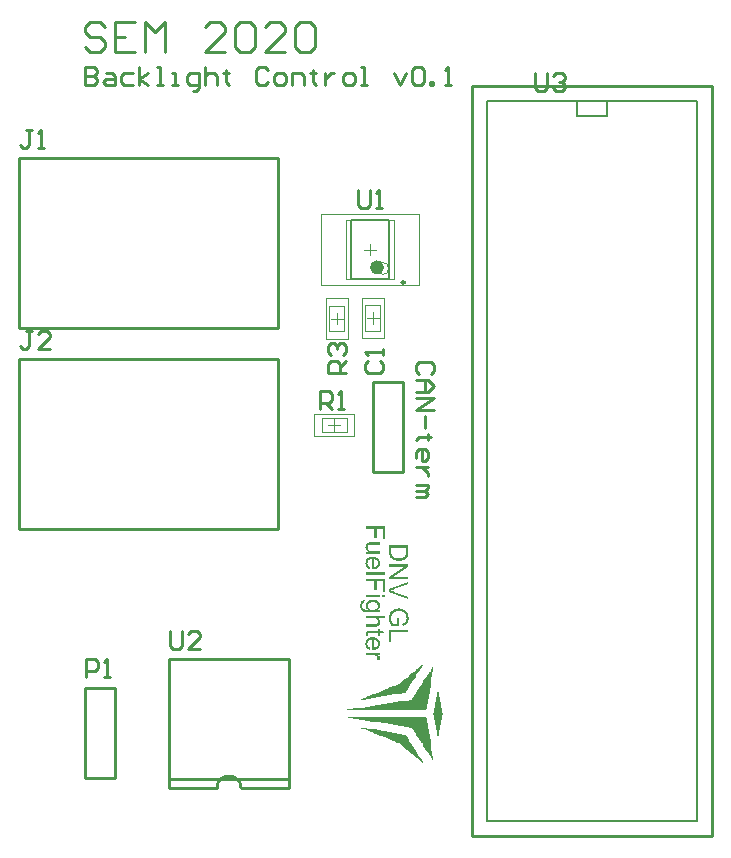
<source format=gto>
G04*
G04 #@! TF.GenerationSoftware,Altium Limited,Altium Designer,19.1.8 (144)*
G04*
G04 Layer_Color=65535*
%FSLAX25Y25*%
%MOIN*%
G70*
G01*
G75*
%ADD10C,0.02362*%
%ADD11C,0.00984*%
%ADD12C,0.01000*%
%ADD13C,0.00787*%
%ADD14C,0.00394*%
%ADD15C,0.00197*%
G36*
X140570Y83075D02*
X140278D01*
Y82490D01*
X139986D01*
Y82198D01*
X139693D01*
Y81614D01*
X139401D01*
Y81321D01*
X139109D01*
Y80737D01*
X138816D01*
Y80445D01*
X138524D01*
Y79860D01*
X138232D01*
Y79275D01*
X137940D01*
Y78983D01*
X137647D01*
Y78399D01*
X137355D01*
Y78106D01*
X137063D01*
Y77522D01*
X136770D01*
Y77229D01*
X136478D01*
Y76645D01*
X136186D01*
Y76060D01*
X135894D01*
Y75768D01*
X135601D01*
Y75184D01*
X135309D01*
Y74891D01*
X135017D01*
Y74307D01*
X133848D01*
Y74015D01*
X132094D01*
Y73722D01*
X130341D01*
Y73430D01*
X128587D01*
Y73138D01*
X126833D01*
Y72845D01*
X125080D01*
Y72553D01*
X123326D01*
Y72261D01*
X121572D01*
Y71969D01*
X120111D01*
Y72261D01*
X120696D01*
Y72553D01*
X121572D01*
Y72845D01*
X122157D01*
Y73138D01*
X123034D01*
Y73430D01*
X123618D01*
Y73722D01*
X124495D01*
Y74015D01*
X125080D01*
Y74307D01*
X125956D01*
Y74599D01*
X126541D01*
Y74891D01*
X127418D01*
Y75184D01*
X128002D01*
Y75476D01*
X128879D01*
Y75768D01*
X129464D01*
Y76060D01*
X130341D01*
Y76353D01*
X130925D01*
Y76645D01*
X131802D01*
Y76937D01*
X132386D01*
Y77229D01*
X132971D01*
Y77522D01*
X133263D01*
Y77814D01*
X133848D01*
Y78106D01*
X134140D01*
Y78399D01*
X134432D01*
Y78691D01*
X134725D01*
Y78983D01*
X135017D01*
Y79275D01*
X135601D01*
Y79568D01*
X135894D01*
Y79860D01*
X136186D01*
Y80152D01*
X136478D01*
Y80445D01*
X136770D01*
Y80737D01*
X137355D01*
Y81029D01*
X137647D01*
Y81321D01*
X137940D01*
Y81614D01*
X138232D01*
Y81906D01*
X138524D01*
Y82198D01*
X139109D01*
Y82490D01*
X139401D01*
Y82783D01*
X139693D01*
Y83075D01*
X139986D01*
Y83367D01*
X140278D01*
Y83659D01*
X140570D01*
Y83075D01*
D02*
G37*
G36*
X144077Y81321D02*
X143785D01*
Y79568D01*
X143493D01*
Y77814D01*
X143201D01*
Y75768D01*
X142908D01*
Y74015D01*
X142616D01*
Y72261D01*
X142324D01*
Y70507D01*
X142031D01*
Y68754D01*
X141739D01*
Y68461D01*
X115435D01*
Y68754D01*
X117481D01*
Y69046D01*
X119234D01*
Y69338D01*
X121280D01*
Y69630D01*
X123034D01*
Y69923D01*
X124787D01*
Y70215D01*
X126833D01*
Y70507D01*
X128587D01*
Y70799D01*
X130633D01*
Y71092D01*
X132386D01*
Y71384D01*
X134140D01*
Y71676D01*
X136186D01*
Y71969D01*
X137063D01*
Y72553D01*
X137355D01*
Y72845D01*
X137647D01*
Y73430D01*
X137940D01*
Y73722D01*
X138232D01*
Y74307D01*
X138524D01*
Y74599D01*
X138816D01*
Y75184D01*
X139109D01*
Y75476D01*
X139401D01*
Y76060D01*
X139693D01*
Y76645D01*
X139986D01*
Y76937D01*
X140278D01*
Y77522D01*
X140570D01*
Y77814D01*
X140862D01*
Y78399D01*
X141155D01*
Y78691D01*
X141447D01*
Y79275D01*
X141739D01*
Y79568D01*
X142031D01*
Y80152D01*
X142324D01*
Y80445D01*
X142616D01*
Y81029D01*
X142908D01*
Y81321D01*
X143201D01*
Y81906D01*
X143493D01*
Y82198D01*
X143785D01*
Y82783D01*
X144077D01*
Y81321D01*
D02*
G37*
G36*
X145831Y74599D02*
X146123D01*
Y72845D01*
X146415D01*
Y71092D01*
X146708D01*
Y69338D01*
X147000D01*
Y67585D01*
X147292D01*
Y67000D01*
X147000D01*
Y65246D01*
X146708D01*
Y63493D01*
X146415D01*
Y61739D01*
X146123D01*
Y59986D01*
X145831D01*
Y58232D01*
X145539D01*
Y59986D01*
X145246D01*
Y61739D01*
X144954D01*
Y63493D01*
X144662D01*
Y65246D01*
X144370D01*
Y67000D01*
X144077D01*
Y67585D01*
X144370D01*
Y69338D01*
X144662D01*
Y71092D01*
X144954D01*
Y72845D01*
X145246D01*
Y74599D01*
X145539D01*
Y76353D01*
X145831D01*
Y74599D01*
D02*
G37*
G36*
X141739Y65831D02*
X142031D01*
Y64077D01*
X142324D01*
Y62324D01*
X142616D01*
Y60570D01*
X142908D01*
Y58816D01*
X143201D01*
Y57063D01*
X143493D01*
Y55017D01*
X143785D01*
Y53263D01*
X144077D01*
Y51802D01*
X143785D01*
Y52386D01*
X143493D01*
Y52679D01*
X143201D01*
Y53263D01*
X142908D01*
Y53556D01*
X142616D01*
Y54140D01*
X142324D01*
Y54432D01*
X142031D01*
Y55017D01*
X141739D01*
Y55309D01*
X141447D01*
Y55894D01*
X141155D01*
Y56186D01*
X140862D01*
Y56770D01*
X140570D01*
Y57355D01*
X140278D01*
Y57647D01*
X139986D01*
Y58232D01*
X139693D01*
Y58524D01*
X139401D01*
Y59109D01*
X139109D01*
Y59401D01*
X138816D01*
Y59986D01*
X138524D01*
Y60278D01*
X138232D01*
Y60862D01*
X137940D01*
Y61155D01*
X137647D01*
Y61739D01*
X137355D01*
Y62031D01*
X137063D01*
Y62616D01*
X136186D01*
Y62908D01*
X134432D01*
Y63200D01*
X132386D01*
Y63493D01*
X130633D01*
Y63785D01*
X128879D01*
Y64077D01*
X126833D01*
Y64370D01*
X125080D01*
Y64662D01*
X123034D01*
Y64954D01*
X121280D01*
Y65246D01*
X119527D01*
Y65539D01*
X117481D01*
Y65831D01*
X115727D01*
Y66123D01*
X141739D01*
Y65831D01*
D02*
G37*
G36*
X121865Y62324D02*
X123618D01*
Y62031D01*
X125372D01*
Y61739D01*
X126833D01*
Y61447D01*
X128587D01*
Y61155D01*
X130341D01*
Y60862D01*
X132094D01*
Y60570D01*
X133848D01*
Y60278D01*
X135017D01*
Y59693D01*
X135309D01*
Y59401D01*
X135601D01*
Y58816D01*
X135894D01*
Y58524D01*
X136186D01*
Y57940D01*
X136478D01*
Y57647D01*
X136770D01*
Y57063D01*
X137063D01*
Y56478D01*
X137355D01*
Y56186D01*
X137647D01*
Y55601D01*
X137940D01*
Y55309D01*
X138232D01*
Y54725D01*
X138524D01*
Y54432D01*
X138816D01*
Y53848D01*
X139109D01*
Y53263D01*
X139401D01*
Y52971D01*
X139693D01*
Y52386D01*
X139986D01*
Y52094D01*
X140278D01*
Y51510D01*
X140570D01*
Y50925D01*
X140278D01*
Y51217D01*
X139986D01*
Y51510D01*
X139693D01*
Y51802D01*
X139401D01*
Y52094D01*
X139109D01*
Y52386D01*
X138524D01*
Y52679D01*
X138232D01*
Y52971D01*
X137940D01*
Y53263D01*
X137647D01*
Y53556D01*
X137355D01*
Y53848D01*
X136770D01*
Y54140D01*
X136478D01*
Y54432D01*
X136186D01*
Y54725D01*
X135894D01*
Y55017D01*
X135601D01*
Y55309D01*
X135017D01*
Y55601D01*
X134725D01*
Y55894D01*
X134432D01*
Y56186D01*
X134140D01*
Y56478D01*
X133848D01*
Y56770D01*
X133263D01*
Y57063D01*
X132971D01*
Y57355D01*
X132679D01*
Y57647D01*
X131802D01*
Y57940D01*
X131217D01*
Y58232D01*
X130341D01*
Y58524D01*
X129756D01*
Y58816D01*
X128879D01*
Y59109D01*
X128295D01*
Y59401D01*
X127418D01*
Y59693D01*
X126833D01*
Y59986D01*
X125956D01*
Y60278D01*
X125372D01*
Y60570D01*
X124495D01*
Y60862D01*
X123910D01*
Y61155D01*
X123034D01*
Y61447D01*
X122449D01*
Y61739D01*
X121572D01*
Y62031D01*
X120988D01*
Y62324D01*
X120111D01*
Y62616D01*
X121865D01*
Y62324D01*
D02*
G37*
G36*
X128018Y125376D02*
X127259D01*
Y128855D01*
X125280D01*
Y125848D01*
X124521D01*
Y128855D01*
X121617D01*
Y129706D01*
X128018D01*
Y125376D01*
D02*
G37*
G36*
X126260Y123610D02*
X123680D01*
X123670D01*
X123652D01*
X123624D01*
X123578D01*
X123476D01*
X123347Y123600D01*
X123208D01*
X123069Y123591D01*
X122949Y123582D01*
X122847Y123564D01*
X122838D01*
X122801Y123545D01*
X122745Y123527D01*
X122671Y123499D01*
X122597Y123452D01*
X122514Y123397D01*
X122440Y123332D01*
X122366Y123249D01*
X122357Y123240D01*
X122338Y123203D01*
X122311Y123156D01*
X122283Y123082D01*
X122246Y122999D01*
X122218Y122898D01*
X122200Y122786D01*
X122190Y122657D01*
Y122592D01*
X122200Y122528D01*
X122209Y122444D01*
X122237Y122343D01*
X122264Y122231D01*
X122311Y122111D01*
X122366Y121991D01*
X122375Y121973D01*
X122403Y121935D01*
X122440Y121880D01*
X122496Y121815D01*
X122570Y121741D01*
X122653Y121667D01*
X122745Y121602D01*
X122856Y121547D01*
X122875Y121538D01*
X122912Y121528D01*
X122986Y121510D01*
X123088Y121482D01*
X123217Y121455D01*
X123374Y121436D01*
X123559Y121427D01*
X123772Y121417D01*
X126260D01*
Y120631D01*
X121617D01*
Y121334D01*
X122292D01*
X122283Y121344D01*
X122255Y121362D01*
X122218Y121390D01*
X122172Y121436D01*
X122116Y121492D01*
X122042Y121556D01*
X121978Y121630D01*
X121904Y121723D01*
X121830Y121825D01*
X121765Y121935D01*
X121700Y122056D01*
X121635Y122185D01*
X121589Y122333D01*
X121552Y122481D01*
X121524Y122648D01*
X121515Y122814D01*
Y122879D01*
X121524Y122962D01*
X121534Y123064D01*
X121552Y123184D01*
X121580Y123314D01*
X121617Y123443D01*
X121672Y123582D01*
X121682Y123600D01*
X121700Y123637D01*
X121737Y123702D01*
X121783Y123776D01*
X121839Y123869D01*
X121904Y123952D01*
X121978Y124035D01*
X122061Y124109D01*
X122070Y124118D01*
X122107Y124137D01*
X122153Y124165D01*
X122227Y124202D01*
X122311Y124248D01*
X122412Y124285D01*
X122523Y124322D01*
X122644Y124350D01*
X122653D01*
X122690Y124359D01*
X122745Y124368D01*
X122819D01*
X122930Y124378D01*
X123051Y124387D01*
X123208Y124396D01*
X123384D01*
X126260D01*
Y123610D01*
D02*
G37*
G36*
X135810Y121066D02*
X135801Y120899D01*
X135792Y120714D01*
X135773Y120529D01*
X135745Y120344D01*
X135718Y120187D01*
Y120178D01*
X135708Y120159D01*
Y120132D01*
X135690Y120095D01*
X135662Y119993D01*
X135616Y119863D01*
X135551Y119715D01*
X135468Y119558D01*
X135375Y119401D01*
X135255Y119253D01*
X135246Y119244D01*
X135237Y119235D01*
X135209Y119207D01*
X135181Y119170D01*
X135089Y119077D01*
X134959Y118966D01*
X134802Y118846D01*
X134617Y118717D01*
X134404Y118596D01*
X134164Y118494D01*
X134154D01*
X134136Y118485D01*
X134099Y118467D01*
X134043Y118457D01*
X133979Y118430D01*
X133905Y118411D01*
X133821Y118393D01*
X133720Y118365D01*
X133618Y118337D01*
X133498Y118319D01*
X133239Y118272D01*
X132952Y118245D01*
X132637Y118236D01*
X132628D01*
X132610D01*
X132563D01*
X132517D01*
X132452Y118245D01*
X132378D01*
X132203Y118254D01*
X131999Y118282D01*
X131786Y118309D01*
X131564Y118356D01*
X131342Y118411D01*
X131333D01*
X131315Y118421D01*
X131287Y118430D01*
X131250Y118439D01*
X131148Y118476D01*
X131019Y118532D01*
X130871Y118587D01*
X130723Y118661D01*
X130565Y118754D01*
X130417Y118846D01*
X130399Y118855D01*
X130353Y118892D01*
X130288Y118948D01*
X130205Y119022D01*
X130112Y119105D01*
X130020Y119207D01*
X129918Y119308D01*
X129835Y119429D01*
X129825Y119447D01*
X129798Y119484D01*
X129761Y119549D01*
X129714Y119641D01*
X129659Y119753D01*
X129613Y119882D01*
X129557Y120030D01*
X129511Y120196D01*
Y120215D01*
X129502Y120243D01*
X129492Y120271D01*
X129483Y120363D01*
X129465Y120492D01*
X129446Y120641D01*
X129428Y120816D01*
X129418Y121010D01*
X129409Y121223D01*
Y123527D01*
X135810D01*
Y121066D01*
D02*
G37*
G36*
X124087Y119660D02*
X124188Y119651D01*
X124299Y119641D01*
X124429Y119623D01*
X124558Y119595D01*
X124854Y119521D01*
X125002Y119475D01*
X125160Y119420D01*
X125308Y119345D01*
X125446Y119262D01*
X125585Y119170D01*
X125715Y119068D01*
X125724Y119059D01*
X125742Y119040D01*
X125770Y119003D01*
X125816Y118957D01*
X125863Y118902D01*
X125918Y118827D01*
X125983Y118744D01*
X126038Y118642D01*
X126103Y118541D01*
X126159Y118421D01*
X126214Y118291D01*
X126260Y118152D01*
X126307Y118004D01*
X126334Y117847D01*
X126353Y117681D01*
X126362Y117505D01*
Y117412D01*
X126353Y117348D01*
X126344Y117273D01*
X126325Y117181D01*
X126307Y117079D01*
X126279Y116959D01*
X126251Y116848D01*
X126205Y116718D01*
X126159Y116598D01*
X126094Y116469D01*
X126020Y116339D01*
X125937Y116210D01*
X125835Y116089D01*
X125724Y115979D01*
X125715Y115969D01*
X125696Y115951D01*
X125659Y115923D01*
X125604Y115886D01*
X125539Y115840D01*
X125465Y115794D01*
X125372Y115738D01*
X125261Y115682D01*
X125141Y115627D01*
X125012Y115571D01*
X124864Y115525D01*
X124706Y115479D01*
X124531Y115442D01*
X124346Y115414D01*
X124151Y115396D01*
X123939Y115386D01*
X123929D01*
X123892D01*
X123828D01*
X123735Y115396D01*
Y118865D01*
X123726D01*
X123698D01*
X123661Y118855D01*
X123606D01*
X123541Y118846D01*
X123467Y118827D01*
X123300Y118800D01*
X123115Y118744D01*
X122912Y118670D01*
X122727Y118569D01*
X122560Y118439D01*
Y118430D01*
X122542Y118421D01*
X122496Y118365D01*
X122431Y118282D01*
X122366Y118171D01*
X122292Y118023D01*
X122227Y117856D01*
X122181Y117671D01*
X122172Y117569D01*
X122163Y117458D01*
Y117385D01*
X122172Y117301D01*
X122190Y117200D01*
X122218Y117088D01*
X122255Y116959D01*
X122311Y116839D01*
X122385Y116718D01*
X122394Y116709D01*
X122431Y116663D01*
X122486Y116607D01*
X122560Y116543D01*
X122662Y116469D01*
X122792Y116385D01*
X122940Y116302D01*
X123115Y116228D01*
X123014Y115414D01*
X123004D01*
X122986Y115424D01*
X122949Y115433D01*
X122893Y115451D01*
X122838Y115479D01*
X122764Y115507D01*
X122607Y115581D01*
X122431Y115673D01*
X122246Y115803D01*
X122070Y115951D01*
X121904Y116136D01*
Y116145D01*
X121885Y116164D01*
X121867Y116191D01*
X121839Y116228D01*
X121811Y116284D01*
X121783Y116339D01*
X121746Y116413D01*
X121709Y116497D01*
X121672Y116589D01*
X121635Y116682D01*
X121580Y116913D01*
X121534Y117172D01*
X121515Y117458D01*
Y117560D01*
X121524Y117625D01*
X121534Y117708D01*
X121552Y117810D01*
X121571Y117921D01*
X121589Y118041D01*
X121663Y118300D01*
X121719Y118439D01*
X121774Y118569D01*
X121848Y118707D01*
X121931Y118837D01*
X122024Y118957D01*
X122135Y119077D01*
X122144Y119087D01*
X122163Y119105D01*
X122200Y119133D01*
X122255Y119170D01*
X122320Y119216D01*
X122394Y119262D01*
X122486Y119318D01*
X122588Y119373D01*
X122708Y119429D01*
X122838Y119484D01*
X122986Y119530D01*
X123143Y119577D01*
X123310Y119614D01*
X123495Y119641D01*
X123689Y119660D01*
X123892Y119669D01*
X123902D01*
X123948D01*
X124003D01*
X124087Y119660D01*
D02*
G37*
G36*
X128018Y113657D02*
X121617D01*
Y114443D01*
X128018D01*
Y113657D01*
D02*
G37*
G36*
X135810Y116210D02*
X130778Y112852D01*
X135810D01*
Y112038D01*
X129409D01*
Y112917D01*
X134432Y116265D01*
X129409D01*
Y117079D01*
X135810D01*
Y116210D01*
D02*
G37*
G36*
X128018Y107968D02*
X127259D01*
Y111446D01*
X125280D01*
Y108440D01*
X124521D01*
Y111446D01*
X121617D01*
Y112297D01*
X128018D01*
Y107968D01*
D02*
G37*
G36*
Y106183D02*
X127121D01*
Y106969D01*
X128018D01*
Y106183D01*
D02*
G37*
G36*
X126260D02*
X121617D01*
Y106969D01*
X126260D01*
Y106183D01*
D02*
G37*
G36*
X135810Y110354D02*
X131157Y108689D01*
X131148D01*
X131130Y108680D01*
X131102Y108671D01*
X131065Y108652D01*
X131009Y108643D01*
X130954Y108625D01*
X130815Y108579D01*
X130658Y108523D01*
X130482Y108467D01*
X130112Y108356D01*
X130121D01*
X130140Y108347D01*
X130168Y108338D01*
X130205Y108329D01*
X130306Y108301D01*
X130445Y108255D01*
X130602Y108209D01*
X130778Y108153D01*
X130963Y108088D01*
X131157Y108014D01*
X135810Y106275D01*
Y105415D01*
X129409Y107913D01*
Y108800D01*
X135810Y111279D01*
Y110354D01*
D02*
G37*
G36*
X124133Y105276D02*
X124198D01*
X124364Y105258D01*
X124549Y105230D01*
X124753Y105184D01*
X124965Y105128D01*
X125178Y105045D01*
X125187D01*
X125206Y105036D01*
X125234Y105017D01*
X125271Y104999D01*
X125372Y104943D01*
X125502Y104869D01*
X125641Y104768D01*
X125779Y104647D01*
X125927Y104508D01*
X126048Y104351D01*
Y104342D01*
X126057Y104333D01*
X126075Y104305D01*
X126094Y104268D01*
X126149Y104175D01*
X126205Y104046D01*
X126260Y103889D01*
X126316Y103704D01*
X126353Y103500D01*
X126362Y103278D01*
Y103195D01*
X126353Y103139D01*
X126344Y103075D01*
X126325Y102991D01*
X126307Y102899D01*
X126279Y102797D01*
X126242Y102696D01*
X126196Y102585D01*
X126140Y102473D01*
X126075Y102353D01*
X126001Y102242D01*
X125909Y102131D01*
X125807Y102020D01*
X125687Y101918D01*
X126260D01*
Y101197D01*
X122246D01*
X122237D01*
X122200D01*
X122144D01*
X122070D01*
X121987Y101206D01*
X121885D01*
X121774Y101216D01*
X121654Y101225D01*
X121404Y101252D01*
X121145Y101289D01*
X121025Y101317D01*
X120914Y101345D01*
X120812Y101382D01*
X120720Y101419D01*
X120710D01*
X120701Y101428D01*
X120646Y101465D01*
X120562Y101512D01*
X120461Y101585D01*
X120350Y101687D01*
X120229Y101807D01*
X120109Y101955D01*
X120007Y102122D01*
Y102131D01*
X119998Y102140D01*
X119980Y102168D01*
X119970Y102205D01*
X119943Y102252D01*
X119924Y102307D01*
X119878Y102446D01*
X119822Y102612D01*
X119785Y102816D01*
X119748Y103047D01*
X119739Y103297D01*
Y103380D01*
X119748Y103436D01*
Y103509D01*
X119758Y103584D01*
X119767Y103676D01*
X119785Y103778D01*
X119832Y103990D01*
X119896Y104212D01*
X119989Y104435D01*
X120118Y104638D01*
X120128Y104647D01*
X120137Y104657D01*
X120192Y104721D01*
X120276Y104795D01*
X120396Y104888D01*
X120553Y104980D01*
X120747Y105063D01*
X120858Y105091D01*
X120979Y105110D01*
X121099Y105128D01*
X121238D01*
X121136Y104360D01*
X121117D01*
X121080Y104351D01*
X121016Y104333D01*
X120932Y104314D01*
X120849Y104277D01*
X120766Y104231D01*
X120683Y104175D01*
X120618Y104102D01*
X120609Y104083D01*
X120581Y104046D01*
X120544Y103981D01*
X120507Y103889D01*
X120461Y103778D01*
X120424Y103639D01*
X120396Y103472D01*
X120387Y103297D01*
Y103204D01*
X120396Y103112D01*
X120414Y102982D01*
X120442Y102853D01*
X120479Y102714D01*
X120535Y102575D01*
X120609Y102455D01*
X120618Y102446D01*
X120646Y102409D01*
X120701Y102353D01*
X120766Y102288D01*
X120858Y102224D01*
X120960Y102159D01*
X121080Y102094D01*
X121219Y102048D01*
X121228D01*
X121265Y102039D01*
X121339Y102030D01*
X121432Y102020D01*
X121497Y102011D01*
X121571D01*
X121654Y102002D01*
X121746D01*
X121848D01*
X121968Y101992D01*
X122089D01*
X122227D01*
X122218Y102002D01*
X122200Y102020D01*
X122172Y102048D01*
X122135Y102085D01*
X122089Y102131D01*
X122033Y102196D01*
X121978Y102270D01*
X121922Y102344D01*
X121811Y102538D01*
X121709Y102751D01*
X121672Y102871D01*
X121645Y103001D01*
X121626Y103139D01*
X121617Y103278D01*
Y103324D01*
X121626Y103371D01*
Y103436D01*
X121635Y103519D01*
X121654Y103611D01*
X121672Y103713D01*
X121700Y103824D01*
X121737Y103944D01*
X121783Y104065D01*
X121839Y104185D01*
X121904Y104314D01*
X121987Y104435D01*
X122079Y104555D01*
X122181Y104666D01*
X122301Y104768D01*
X122311Y104777D01*
X122329Y104786D01*
X122375Y104814D01*
X122422Y104851D01*
X122496Y104888D01*
X122570Y104934D01*
X122662Y104980D01*
X122773Y105026D01*
X122884Y105073D01*
X123014Y105119D01*
X123143Y105165D01*
X123291Y105202D01*
X123606Y105267D01*
X123781Y105276D01*
X123957Y105286D01*
X123966D01*
X123985D01*
X124022D01*
X124068D01*
X124133Y105276D01*
D02*
G37*
G36*
X132730Y102372D02*
X132813D01*
X132915Y102363D01*
X133017Y102344D01*
X133137Y102335D01*
X133266Y102307D01*
X133405Y102288D01*
X133701Y102215D01*
X134006Y102122D01*
X134312Y101992D01*
X134321Y101983D01*
X134349Y101974D01*
X134386Y101955D01*
X134441Y101918D01*
X134515Y101882D01*
X134589Y101835D01*
X134765Y101706D01*
X134968Y101549D01*
X135163Y101354D01*
X135357Y101132D01*
X135440Y101003D01*
X135523Y100873D01*
X135533Y100864D01*
X135542Y100836D01*
X135560Y100799D01*
X135588Y100744D01*
X135616Y100670D01*
X135653Y100586D01*
X135690Y100494D01*
X135727Y100383D01*
X135764Y100263D01*
X135792Y100133D01*
X135829Y99994D01*
X135856Y99847D01*
X135903Y99523D01*
X135921Y99356D01*
Y99060D01*
X135912Y99005D01*
Y98931D01*
X135893Y98755D01*
X135866Y98561D01*
X135819Y98357D01*
X135764Y98135D01*
X135690Y97922D01*
Y97913D01*
X135681Y97895D01*
X135671Y97867D01*
X135653Y97830D01*
X135597Y97728D01*
X135533Y97599D01*
X135440Y97460D01*
X135329Y97312D01*
X135209Y97173D01*
X135061Y97044D01*
X135042Y97025D01*
X134987Y96988D01*
X134904Y96933D01*
X134783Y96859D01*
X134635Y96785D01*
X134450Y96702D01*
X134247Y96618D01*
X134016Y96553D01*
X133812Y97321D01*
X133821D01*
X133831Y97330D01*
X133858Y97340D01*
X133895Y97349D01*
X133979Y97377D01*
X134090Y97414D01*
X134219Y97469D01*
X134339Y97534D01*
X134469Y97599D01*
X134580Y97682D01*
X134589Y97691D01*
X134626Y97719D01*
X134672Y97774D01*
X134737Y97839D01*
X134811Y97922D01*
X134885Y98033D01*
X134959Y98154D01*
X135024Y98292D01*
X135033Y98311D01*
X135052Y98357D01*
X135079Y98440D01*
X135116Y98551D01*
X135144Y98681D01*
X135172Y98829D01*
X135190Y98996D01*
X135200Y99171D01*
Y99273D01*
X135190Y99319D01*
Y99375D01*
X135181Y99514D01*
X135153Y99671D01*
X135126Y99847D01*
X135079Y100013D01*
X135015Y100180D01*
X135005Y100198D01*
X134987Y100253D01*
X134941Y100328D01*
X134894Y100420D01*
X134820Y100531D01*
X134746Y100651D01*
X134654Y100762D01*
X134552Y100864D01*
X134543Y100873D01*
X134506Y100910D01*
X134441Y100956D01*
X134367Y101012D01*
X134275Y101077D01*
X134164Y101142D01*
X134043Y101206D01*
X133914Y101271D01*
X133905D01*
X133886Y101280D01*
X133858Y101289D01*
X133812Y101308D01*
X133757Y101327D01*
X133692Y101345D01*
X133618Y101373D01*
X133535Y101391D01*
X133340Y101437D01*
X133118Y101474D01*
X132887Y101502D01*
X132628Y101512D01*
X132619D01*
X132591D01*
X132545D01*
X132489Y101502D01*
X132415D01*
X132323Y101493D01*
X132230Y101484D01*
X132129Y101474D01*
X131897Y101437D01*
X131657Y101391D01*
X131416Y101317D01*
X131185Y101225D01*
X131176D01*
X131157Y101206D01*
X131130Y101197D01*
X131093Y101169D01*
X130991Y101104D01*
X130861Y101003D01*
X130723Y100882D01*
X130584Y100734D01*
X130454Y100559D01*
X130334Y100364D01*
Y100355D01*
X130325Y100337D01*
X130306Y100309D01*
X130288Y100263D01*
X130269Y100216D01*
X130251Y100152D01*
X130195Y100004D01*
X130149Y99819D01*
X130103Y99615D01*
X130066Y99393D01*
X130057Y99162D01*
Y99069D01*
X130066Y99014D01*
Y98958D01*
X130084Y98820D01*
X130103Y98653D01*
X130140Y98478D01*
X130195Y98283D01*
X130260Y98089D01*
Y98080D01*
X130269Y98061D01*
X130279Y98043D01*
X130297Y98006D01*
X130343Y97904D01*
X130399Y97793D01*
X130464Y97663D01*
X130538Y97525D01*
X130621Y97395D01*
X130713Y97284D01*
X131916D01*
Y99171D01*
X132674D01*
Y96452D01*
X130297D01*
X130288Y96461D01*
X130279Y96479D01*
X130251Y96517D01*
X130214Y96563D01*
X130177Y96618D01*
X130131Y96683D01*
X130075Y96766D01*
X130020Y96850D01*
X129899Y97044D01*
X129770Y97266D01*
X129650Y97497D01*
X129548Y97747D01*
Y97756D01*
X129539Y97774D01*
X129529Y97812D01*
X129511Y97858D01*
X129492Y97922D01*
X129465Y97996D01*
X129446Y98080D01*
X129428Y98163D01*
X129381Y98366D01*
X129335Y98598D01*
X129307Y98848D01*
X129298Y99107D01*
Y99199D01*
X129307Y99264D01*
Y99347D01*
X129317Y99449D01*
X129335Y99560D01*
X129344Y99680D01*
X129400Y99948D01*
X129465Y100235D01*
X129566Y100531D01*
X129622Y100679D01*
X129696Y100827D01*
X129705Y100836D01*
X129714Y100864D01*
X129742Y100901D01*
X129770Y100956D01*
X129816Y101021D01*
X129862Y101086D01*
X129992Y101262D01*
X130158Y101447D01*
X130362Y101641D01*
X130593Y101826D01*
X130861Y101992D01*
X130871D01*
X130898Y102011D01*
X130935Y102030D01*
X131000Y102057D01*
X131065Y102085D01*
X131157Y102113D01*
X131250Y102150D01*
X131361Y102187D01*
X131481Y102224D01*
X131620Y102261D01*
X131759Y102288D01*
X131907Y102316D01*
X132230Y102363D01*
X132573Y102381D01*
X132582D01*
X132619D01*
X132665D01*
X132730Y102372D01*
D02*
G37*
G36*
X128018Y99217D02*
X125724D01*
X125733Y99208D01*
X125752Y99190D01*
X125779Y99162D01*
X125826Y99116D01*
X125872Y99069D01*
X125927Y99005D01*
X125983Y98922D01*
X126048Y98838D01*
X126103Y98746D01*
X126159Y98644D01*
X126260Y98404D01*
X126307Y98274D01*
X126334Y98135D01*
X126353Y97987D01*
X126362Y97839D01*
Y97756D01*
X126353Y97654D01*
X126334Y97534D01*
X126316Y97395D01*
X126279Y97247D01*
X126223Y97099D01*
X126159Y96951D01*
X126149Y96933D01*
X126122Y96886D01*
X126075Y96822D01*
X126011Y96738D01*
X125927Y96655D01*
X125835Y96563D01*
X125724Y96479D01*
X125594Y96406D01*
X125576Y96396D01*
X125530Y96378D01*
X125446Y96350D01*
X125326Y96322D01*
X125178Y96294D01*
X125002Y96267D01*
X124790Y96248D01*
X124549Y96239D01*
X121617D01*
Y97025D01*
X124558D01*
X124568D01*
X124586D01*
X124614D01*
X124651D01*
X124753Y97035D01*
X124882Y97053D01*
X125021Y97090D01*
X125160Y97136D01*
X125298Y97201D01*
X125409Y97284D01*
X125419Y97294D01*
X125456Y97330D01*
X125502Y97386D01*
X125548Y97469D01*
X125604Y97571D01*
X125641Y97691D01*
X125678Y97839D01*
X125687Y98006D01*
Y98061D01*
X125678Y98126D01*
X125668Y98219D01*
X125641Y98311D01*
X125613Y98422D01*
X125567Y98533D01*
X125502Y98653D01*
X125493Y98663D01*
X125465Y98699D01*
X125428Y98755D01*
X125372Y98820D01*
X125298Y98894D01*
X125215Y98968D01*
X125113Y99032D01*
X125002Y99088D01*
X124984Y99097D01*
X124947Y99107D01*
X124873Y99125D01*
X124780Y99153D01*
X124660Y99181D01*
X124512Y99199D01*
X124346Y99208D01*
X124151Y99217D01*
X121617D01*
Y100004D01*
X128018D01*
Y99217D01*
D02*
G37*
G36*
X126260Y94898D02*
X127407D01*
X127879Y94112D01*
X126260D01*
Y93316D01*
X125650D01*
Y94112D01*
X122921D01*
X122903D01*
X122866D01*
X122810D01*
X122745Y94102D01*
X122597Y94093D01*
X122533Y94084D01*
X122486Y94074D01*
X122468Y94065D01*
X122431Y94037D01*
X122385Y94001D01*
X122338Y93936D01*
X122329Y93917D01*
X122311Y93871D01*
X122292Y93788D01*
X122283Y93668D01*
Y93575D01*
X122292Y93529D01*
Y93464D01*
X122301Y93390D01*
X122311Y93316D01*
X121617Y93214D01*
Y93233D01*
X121608Y93270D01*
X121598Y93335D01*
X121589Y93418D01*
X121571Y93510D01*
X121561Y93612D01*
X121552Y93815D01*
Y93889D01*
X121561Y93963D01*
X121571Y94056D01*
X121580Y94167D01*
X121608Y94278D01*
X121635Y94380D01*
X121682Y94481D01*
X121691Y94491D01*
X121709Y94519D01*
X121737Y94555D01*
X121783Y94611D01*
X121830Y94657D01*
X121894Y94713D01*
X121959Y94768D01*
X122042Y94805D01*
X122052D01*
X122089Y94824D01*
X122153Y94833D01*
X122246Y94851D01*
X122366Y94870D01*
X122440Y94879D01*
X122523D01*
X122625Y94889D01*
X122727Y94898D01*
X122838D01*
X122967D01*
X125650D01*
Y95481D01*
X126260D01*
Y94898D01*
D02*
G37*
G36*
X135810Y94389D02*
X130168D01*
Y91235D01*
X129409D01*
Y95240D01*
X135810D01*
Y94389D01*
D02*
G37*
G36*
X124087Y92798D02*
X124188Y92789D01*
X124299Y92779D01*
X124429Y92761D01*
X124558Y92733D01*
X124854Y92659D01*
X125002Y92613D01*
X125160Y92558D01*
X125308Y92484D01*
X125446Y92400D01*
X125585Y92308D01*
X125715Y92206D01*
X125724Y92197D01*
X125742Y92178D01*
X125770Y92141D01*
X125816Y92095D01*
X125863Y92040D01*
X125918Y91966D01*
X125983Y91882D01*
X126038Y91781D01*
X126103Y91679D01*
X126159Y91558D01*
X126214Y91429D01*
X126260Y91290D01*
X126307Y91142D01*
X126334Y90985D01*
X126353Y90819D01*
X126362Y90643D01*
Y90550D01*
X126353Y90486D01*
X126344Y90412D01*
X126325Y90319D01*
X126307Y90217D01*
X126279Y90097D01*
X126251Y89986D01*
X126205Y89856D01*
X126159Y89736D01*
X126094Y89607D01*
X126020Y89477D01*
X125937Y89348D01*
X125835Y89227D01*
X125724Y89117D01*
X125715Y89107D01*
X125696Y89089D01*
X125659Y89061D01*
X125604Y89024D01*
X125539Y88978D01*
X125465Y88932D01*
X125372Y88876D01*
X125261Y88820D01*
X125141Y88765D01*
X125012Y88709D01*
X124864Y88663D01*
X124706Y88617D01*
X124531Y88580D01*
X124346Y88552D01*
X124151Y88534D01*
X123939Y88525D01*
X123929D01*
X123892D01*
X123828D01*
X123735Y88534D01*
Y92002D01*
X123726D01*
X123698D01*
X123661Y91993D01*
X123606D01*
X123541Y91984D01*
X123467Y91966D01*
X123300Y91938D01*
X123115Y91882D01*
X122912Y91808D01*
X122727Y91707D01*
X122560Y91577D01*
Y91568D01*
X122542Y91558D01*
X122496Y91503D01*
X122431Y91420D01*
X122366Y91309D01*
X122292Y91161D01*
X122227Y90994D01*
X122181Y90809D01*
X122172Y90707D01*
X122163Y90596D01*
Y90522D01*
X122172Y90439D01*
X122190Y90338D01*
X122218Y90227D01*
X122255Y90097D01*
X122311Y89977D01*
X122385Y89856D01*
X122394Y89847D01*
X122431Y89801D01*
X122486Y89745D01*
X122560Y89681D01*
X122662Y89607D01*
X122792Y89524D01*
X122940Y89440D01*
X123115Y89366D01*
X123014Y88552D01*
X123004D01*
X122986Y88561D01*
X122949Y88571D01*
X122893Y88589D01*
X122838Y88617D01*
X122764Y88645D01*
X122607Y88719D01*
X122431Y88811D01*
X122246Y88941D01*
X122070Y89089D01*
X121904Y89274D01*
Y89283D01*
X121885Y89302D01*
X121867Y89329D01*
X121839Y89366D01*
X121811Y89422D01*
X121783Y89477D01*
X121746Y89551D01*
X121709Y89635D01*
X121672Y89727D01*
X121635Y89820D01*
X121580Y90051D01*
X121534Y90310D01*
X121515Y90596D01*
Y90698D01*
X121524Y90763D01*
X121534Y90846D01*
X121552Y90948D01*
X121571Y91059D01*
X121589Y91179D01*
X121663Y91438D01*
X121719Y91577D01*
X121774Y91707D01*
X121848Y91845D01*
X121931Y91975D01*
X122024Y92095D01*
X122135Y92215D01*
X122144Y92225D01*
X122163Y92243D01*
X122200Y92271D01*
X122255Y92308D01*
X122320Y92354D01*
X122394Y92400D01*
X122486Y92456D01*
X122588Y92511D01*
X122708Y92567D01*
X122838Y92622D01*
X122986Y92668D01*
X123143Y92715D01*
X123310Y92752D01*
X123495Y92779D01*
X123689Y92798D01*
X123892Y92807D01*
X123902D01*
X123948D01*
X124003D01*
X124087Y92798D01*
D02*
G37*
G36*
X126260Y86860D02*
X125557D01*
X125567Y86850D01*
X125631Y86813D01*
X125715Y86767D01*
X125816Y86693D01*
X125918Y86619D01*
X126029Y86536D01*
X126122Y86453D01*
X126196Y86369D01*
X126205Y86360D01*
X126223Y86332D01*
X126251Y86277D01*
X126279Y86221D01*
X126307Y86147D01*
X126334Y86055D01*
X126353Y85962D01*
X126362Y85861D01*
Y85796D01*
X126353Y85712D01*
X126334Y85611D01*
X126297Y85491D01*
X126251Y85361D01*
X126186Y85213D01*
X126103Y85056D01*
X125382Y85343D01*
X125391Y85352D01*
X125409Y85389D01*
X125437Y85444D01*
X125465Y85518D01*
X125493Y85602D01*
X125520Y85703D01*
X125539Y85805D01*
X125548Y85907D01*
Y85953D01*
X125539Y85999D01*
X125530Y86064D01*
X125511Y86129D01*
X125483Y86212D01*
X125446Y86295D01*
X125391Y86369D01*
X125382Y86379D01*
X125363Y86406D01*
X125326Y86434D01*
X125280Y86480D01*
X125215Y86527D01*
X125141Y86573D01*
X125058Y86619D01*
X124956Y86656D01*
X124938Y86665D01*
X124882Y86674D01*
X124799Y86693D01*
X124688Y86721D01*
X124549Y86748D01*
X124392Y86767D01*
X124225Y86776D01*
X124040Y86786D01*
X121617D01*
Y87572D01*
X126260D01*
Y86860D01*
D02*
G37*
%LPC*%
G36*
X135052Y122676D02*
X130168D01*
Y121159D01*
X130177Y121094D01*
X130186Y120955D01*
X130195Y120798D01*
X130214Y120631D01*
X130242Y120465D01*
X130279Y120326D01*
X130288Y120308D01*
X130297Y120261D01*
X130325Y120196D01*
X130362Y120113D01*
X130417Y120021D01*
X130473Y119928D01*
X130538Y119836D01*
X130612Y119743D01*
X130630Y119734D01*
X130667Y119697D01*
X130732Y119641D01*
X130824Y119577D01*
X130945Y119503D01*
X131083Y119420D01*
X131241Y119345D01*
X131416Y119281D01*
X131426D01*
X131444Y119272D01*
X131472Y119262D01*
X131509Y119253D01*
X131555Y119244D01*
X131620Y119225D01*
X131685Y119207D01*
X131759Y119188D01*
X131944Y119160D01*
X132156Y119133D01*
X132397Y119114D01*
X132656Y119105D01*
X132665D01*
X132702D01*
X132748D01*
X132822Y119114D01*
X132906D01*
X132998Y119123D01*
X133109Y119133D01*
X133220Y119142D01*
X133470Y119188D01*
X133729Y119244D01*
X133969Y119327D01*
X134090Y119383D01*
X134191Y119438D01*
X134201D01*
X134219Y119457D01*
X134247Y119475D01*
X134284Y119493D01*
X134376Y119568D01*
X134487Y119660D01*
X134608Y119780D01*
X134728Y119919D01*
X134830Y120076D01*
X134913Y120243D01*
X134922Y120261D01*
X134931Y120308D01*
X134959Y120391D01*
X134987Y120511D01*
X135005Y120659D01*
X135033Y120844D01*
X135042Y120955D01*
Y121075D01*
X135052Y121195D01*
Y122676D01*
D02*
G37*
G36*
X124383Y118818D02*
Y116219D01*
X124392D01*
X124410D01*
X124438Y116228D01*
X124475D01*
X124586Y116247D01*
X124706Y116274D01*
X124854Y116321D01*
X124993Y116367D01*
X125132Y116441D01*
X125252Y116524D01*
X125261D01*
X125271Y116543D01*
X125326Y116589D01*
X125400Y116672D01*
X125483Y116783D01*
X125567Y116922D01*
X125641Y117088D01*
X125696Y117283D01*
X125705Y117385D01*
X125715Y117496D01*
Y117551D01*
X125705Y117588D01*
X125696Y117690D01*
X125668Y117810D01*
X125622Y117958D01*
X125557Y118115D01*
X125465Y118263D01*
X125345Y118411D01*
X125326Y118430D01*
X125280Y118467D01*
X125197Y118532D01*
X125086Y118596D01*
X124956Y118670D01*
X124790Y118735D01*
X124595Y118790D01*
X124383Y118818D01*
D02*
G37*
G36*
X124170Y104481D02*
X124013D01*
X124003D01*
X123976D01*
X123929D01*
X123865Y104472D01*
X123791D01*
X123698Y104462D01*
X123504Y104435D01*
X123282Y104388D01*
X123069Y104333D01*
X122856Y104240D01*
X122764Y104185D01*
X122681Y104120D01*
X122662Y104102D01*
X122616Y104055D01*
X122551Y103981D01*
X122477Y103870D01*
X122394Y103741D01*
X122329Y103584D01*
X122283Y103408D01*
X122274Y103315D01*
X122264Y103214D01*
Y103158D01*
X122274Y103121D01*
X122283Y103019D01*
X122320Y102890D01*
X122366Y102751D01*
X122440Y102594D01*
X122542Y102446D01*
X122607Y102372D01*
X122681Y102298D01*
X122690D01*
X122699Y102279D01*
X122727Y102261D01*
X122764Y102242D01*
X122801Y102215D01*
X122856Y102178D01*
X122921Y102150D01*
X123004Y102113D01*
X123088Y102076D01*
X123180Y102048D01*
X123291Y102011D01*
X123411Y101983D01*
X123532Y101965D01*
X123670Y101946D01*
X123828Y101928D01*
X123985D01*
X123994D01*
X124022D01*
X124068D01*
X124124Y101937D01*
X124198D01*
X124281Y101946D01*
X124466Y101974D01*
X124679Y102020D01*
X124891Y102085D01*
X125104Y102178D01*
X125197Y102242D01*
X125280Y102307D01*
X125289D01*
X125298Y102325D01*
X125345Y102372D01*
X125419Y102455D01*
X125502Y102566D01*
X125576Y102696D01*
X125650Y102853D01*
X125696Y103029D01*
X125715Y103121D01*
Y103269D01*
X125705Y103306D01*
X125696Y103408D01*
X125659Y103528D01*
X125613Y103676D01*
X125530Y103824D01*
X125428Y103972D01*
X125354Y104046D01*
X125280Y104120D01*
X125271D01*
X125261Y104139D01*
X125234Y104157D01*
X125197Y104175D01*
X125160Y104203D01*
X125104Y104231D01*
X125039Y104268D01*
X124965Y104296D01*
X124882Y104333D01*
X124780Y104370D01*
X124679Y104397D01*
X124568Y104425D01*
X124438Y104444D01*
X124309Y104462D01*
X124170Y104481D01*
D02*
G37*
G36*
X124383Y91956D02*
Y89357D01*
X124392D01*
X124410D01*
X124438Y89366D01*
X124475D01*
X124586Y89385D01*
X124706Y89412D01*
X124854Y89459D01*
X124993Y89505D01*
X125132Y89579D01*
X125252Y89662D01*
X125261D01*
X125271Y89681D01*
X125326Y89727D01*
X125400Y89810D01*
X125483Y89921D01*
X125567Y90060D01*
X125641Y90227D01*
X125696Y90421D01*
X125705Y90522D01*
X125715Y90633D01*
Y90689D01*
X125705Y90726D01*
X125696Y90828D01*
X125668Y90948D01*
X125622Y91096D01*
X125557Y91253D01*
X125465Y91401D01*
X125345Y91549D01*
X125326Y91568D01*
X125280Y91605D01*
X125197Y91669D01*
X125086Y91734D01*
X124956Y91808D01*
X124790Y91873D01*
X124595Y91928D01*
X124383Y91956D01*
D02*
G37*
%LPD*%
D10*
X126543Y216094D02*
G03*
X126543Y216094I-1181J0D01*
G01*
D11*
X134614Y211055D02*
G03*
X134614Y211055I-492J0D01*
G01*
D12*
X80000Y42500D02*
G03*
X72000Y42500I-4000J0D01*
G01*
X56000D02*
X72000D01*
X80000D02*
X96000D01*
X56000D02*
Y85500D01*
X96000D01*
Y42500D02*
Y85500D01*
X28000Y282998D02*
Y277000D01*
X30999D01*
X31999Y278000D01*
Y278999D01*
X30999Y279999D01*
X28000D01*
X30999D01*
X31999Y280999D01*
Y281998D01*
X30999Y282998D01*
X28000D01*
X34998Y280999D02*
X36997D01*
X37997Y279999D01*
Y277000D01*
X34998D01*
X33998Y278000D01*
X34998Y278999D01*
X37997D01*
X43995Y280999D02*
X40996D01*
X39996Y279999D01*
Y278000D01*
X40996Y277000D01*
X43995D01*
X45994D02*
Y282998D01*
Y278999D02*
X48993Y280999D01*
X45994Y278999D02*
X48993Y277000D01*
X51992D02*
X53992D01*
X52992D01*
Y282998D01*
X51992D01*
X56991Y277000D02*
X58990D01*
X57990D01*
Y280999D01*
X56991D01*
X63988Y275001D02*
X64988D01*
X65988Y276000D01*
Y280999D01*
X62989D01*
X61989Y279999D01*
Y278000D01*
X62989Y277000D01*
X65988D01*
X67987Y282998D02*
Y277000D01*
Y279999D01*
X68987Y280999D01*
X70986D01*
X71986Y279999D01*
Y277000D01*
X74985Y281998D02*
Y280999D01*
X73985D01*
X75985D01*
X74985D01*
Y278000D01*
X75985Y277000D01*
X88980Y281998D02*
X87981Y282998D01*
X85981D01*
X84982Y281998D01*
Y278000D01*
X85981Y277000D01*
X87981D01*
X88980Y278000D01*
X91979Y277000D02*
X93979D01*
X94978Y278000D01*
Y279999D01*
X93979Y280999D01*
X91979D01*
X90980Y279999D01*
Y278000D01*
X91979Y277000D01*
X96978D02*
Y280999D01*
X99977D01*
X100976Y279999D01*
Y277000D01*
X103975Y281998D02*
Y280999D01*
X102976D01*
X104975D01*
X103975D01*
Y278000D01*
X104975Y277000D01*
X107974Y280999D02*
Y277000D01*
Y278999D01*
X108974Y279999D01*
X109974Y280999D01*
X110973D01*
X114972Y277000D02*
X116971D01*
X117971Y278000D01*
Y279999D01*
X116971Y280999D01*
X114972D01*
X113972Y279999D01*
Y278000D01*
X114972Y277000D01*
X119970D02*
X121970D01*
X120970D01*
Y282998D01*
X119970D01*
X130967Y280999D02*
X132966Y277000D01*
X134965Y280999D01*
X136965Y281998D02*
X137964Y282998D01*
X139964D01*
X140963Y281998D01*
Y278000D01*
X139964Y277000D01*
X137964D01*
X136965Y278000D01*
Y281998D01*
X142963Y277000D02*
Y278000D01*
X143963D01*
Y277000D01*
X142963D01*
X147961D02*
X149960D01*
X148961D01*
Y282998D01*
X147961Y281998D01*
X34664Y296331D02*
X32998Y297997D01*
X29666D01*
X28000Y296331D01*
Y294665D01*
X29666Y292998D01*
X32998D01*
X34664Y291332D01*
Y289666D01*
X32998Y288000D01*
X29666D01*
X28000Y289666D01*
X44661Y297997D02*
X37997D01*
Y288000D01*
X44661D01*
X37997Y292998D02*
X41329D01*
X47993Y288000D02*
Y297997D01*
X51326Y294665D01*
X54658Y297997D01*
Y288000D01*
X74652D02*
X67987D01*
X74652Y294665D01*
Y296331D01*
X72986Y297997D01*
X69653D01*
X67987Y296331D01*
X77984D02*
X79650Y297997D01*
X82982D01*
X84648Y296331D01*
Y289666D01*
X82982Y288000D01*
X79650D01*
X77984Y289666D01*
Y296331D01*
X94645Y288000D02*
X87981D01*
X94645Y294665D01*
Y296331D01*
X92979Y297997D01*
X89647D01*
X87981Y296331D01*
X97977D02*
X99643Y297997D01*
X102976D01*
X104642Y296331D01*
Y289666D01*
X102976Y288000D01*
X99643D01*
X97977Y289666D01*
Y296331D01*
X178000Y280998D02*
Y276000D01*
X179000Y275000D01*
X180999D01*
X181999Y276000D01*
Y280998D01*
X183998Y279998D02*
X184998Y280998D01*
X186997D01*
X187997Y279998D01*
Y278999D01*
X186997Y277999D01*
X185997D01*
X186997D01*
X187997Y276999D01*
Y276000D01*
X186997Y275000D01*
X184998D01*
X183998Y276000D01*
X56500Y94998D02*
Y90000D01*
X57500Y89000D01*
X59499D01*
X60499Y90000D01*
Y94998D01*
X66497Y89000D02*
X62498D01*
X66497Y92999D01*
Y93998D01*
X65497Y94998D01*
X63498D01*
X62498Y93998D01*
X28500Y79500D02*
Y85498D01*
X31499D01*
X32499Y84498D01*
Y82499D01*
X31499Y81499D01*
X28500D01*
X34498Y79500D02*
X36497D01*
X35498D01*
Y85498D01*
X34498Y84498D01*
X10499Y194998D02*
X8499D01*
X9499D01*
Y190000D01*
X8499Y189000D01*
X7500D01*
X6500Y190000D01*
X16497Y189000D02*
X12498D01*
X16497Y192999D01*
Y193998D01*
X15497Y194998D01*
X13498D01*
X12498Y193998D01*
X10499Y261998D02*
X8499D01*
X9499D01*
Y257000D01*
X8499Y256000D01*
X7500D01*
X6500Y257000D01*
X12498Y256000D02*
X14497D01*
X13498D01*
Y261998D01*
X12498Y260998D01*
X119000Y241998D02*
Y237000D01*
X120000Y236000D01*
X121999D01*
X122999Y237000D01*
Y241998D01*
X124998Y236000D02*
X126997D01*
X125998D01*
Y241998D01*
X124998Y240998D01*
X115000Y181000D02*
X109002D01*
Y183999D01*
X110002Y184999D01*
X112001D01*
X113001Y183999D01*
Y181000D01*
Y182999D02*
X115000Y184999D01*
X110002Y186998D02*
X109002Y187998D01*
Y189997D01*
X110002Y190997D01*
X111001D01*
X112001Y189997D01*
Y188997D01*
Y189997D01*
X113001Y190997D01*
X114000D01*
X115000Y189997D01*
Y187998D01*
X114000Y186998D01*
X106500Y169000D02*
Y174998D01*
X109499D01*
X110499Y173998D01*
Y171999D01*
X109499Y170999D01*
X106500D01*
X108499D02*
X110499Y169000D01*
X112498D02*
X114497D01*
X113498D01*
Y174998D01*
X112498Y173998D01*
X143498Y180501D02*
X144498Y181501D01*
Y183500D01*
X143498Y184500D01*
X139500D01*
X138500Y183500D01*
Y181501D01*
X139500Y180501D01*
X138500Y178502D02*
X142499D01*
X144498Y176503D01*
X142499Y174503D01*
X138500D01*
X141499D01*
Y178502D01*
X138500Y172504D02*
X144498D01*
X138500Y168505D01*
X144498D01*
X141499Y166506D02*
Y162507D01*
X143498Y159508D02*
X142499D01*
Y160508D01*
Y158508D01*
Y159508D01*
X139500D01*
X138500Y158508D01*
Y152510D02*
Y154510D01*
X139500Y155509D01*
X141499D01*
X142499Y154510D01*
Y152510D01*
X141499Y151511D01*
X140499D01*
Y155509D01*
X142499Y149511D02*
X138500D01*
X140499D01*
X141499Y148512D01*
X142499Y147512D01*
Y146512D01*
X138500Y143513D02*
X142499D01*
Y142514D01*
X141499Y141514D01*
X138500D01*
X141499D01*
X142499Y140514D01*
X141499Y139515D01*
X138500D01*
X122502Y184999D02*
X121502Y183999D01*
Y182000D01*
X122502Y181000D01*
X126500D01*
X127500Y182000D01*
Y183999D01*
X126500Y184999D01*
X127500Y186998D02*
Y188997D01*
Y187998D01*
X121502D01*
X122502Y186998D01*
X157000Y26500D02*
Y276500D01*
Y26500D02*
X237000D01*
Y276500D01*
X157000D02*
X237000D01*
X124000Y178000D02*
X134000D01*
X124000Y147999D02*
Y178000D01*
Y147999D02*
X134000D01*
Y178000D01*
X38000Y45999D02*
Y76000D01*
X28000Y45999D02*
X38000D01*
X28000D02*
Y76000D01*
X38000D01*
X96000Y45500D02*
Y85500D01*
X56000Y45500D02*
X96000D01*
X56000D02*
Y85500D01*
X96000D01*
X6000Y252500D02*
X50000D01*
X6000Y196000D02*
Y252500D01*
Y196000D02*
X92500D01*
Y252500D01*
X49500D02*
X92500D01*
X6000Y185500D02*
X50000D01*
X6000Y129000D02*
Y185500D01*
Y129000D02*
X92500D01*
Y185500D01*
X49500D02*
X92500D01*
D13*
X202000Y266500D02*
Y271500D01*
X192000Y266500D02*
X202000D01*
X192000D02*
Y271500D01*
X162000Y31500D02*
Y271500D01*
Y31500D02*
X232000D01*
Y271500D01*
X162000D02*
X232000D01*
X116701Y231842D02*
X129299D01*
X116701Y212158D02*
X129299D01*
X116701D02*
Y231842D01*
X129299Y212158D02*
Y231842D01*
D14*
X129299Y215701D02*
G03*
X129299Y215701I-1969J0D01*
G01*
X106909Y161020D02*
X115374D01*
X106909Y165980D02*
X115374D01*
Y161020D02*
Y165980D01*
X106909Y161020D02*
Y165980D01*
X121520Y203374D02*
X126480D01*
X121520Y194909D02*
X126480D01*
Y203374D01*
X121520Y194909D02*
Y203374D01*
X114480Y194768D02*
Y203232D01*
X109520Y194768D02*
Y203232D01*
X114480D01*
X109520Y194768D02*
X114480D01*
X115126Y231842D02*
X130874D01*
X115126Y212158D02*
X130874D01*
X115126D02*
Y231842D01*
X130874Y212158D02*
Y231842D01*
X111142Y161531D02*
Y165469D01*
X109173Y163500D02*
X113110D01*
X124000Y197173D02*
Y201110D01*
X122031Y199142D02*
X125969D01*
X110031Y199000D02*
X113969D01*
X112000Y197031D02*
Y200969D01*
X123000Y220031D02*
Y223969D01*
X121031Y222000D02*
X124969D01*
D15*
X104449Y159957D02*
X117835D01*
X104449Y167043D02*
X117835D01*
Y159957D02*
Y167043D01*
X104449Y159957D02*
Y167043D01*
X120260Y205835D02*
X127740D01*
X120260Y192449D02*
X127740D01*
Y205835D01*
X120260Y192449D02*
Y205835D01*
X115543Y192307D02*
Y205693D01*
X108457Y192307D02*
Y205693D01*
X115543D01*
X108457Y192307D02*
X115543D01*
X106661Y233811D02*
X139339D01*
X106661Y210189D02*
X139339D01*
X106661D02*
Y233811D01*
X139339Y210189D02*
Y233811D01*
M02*

</source>
